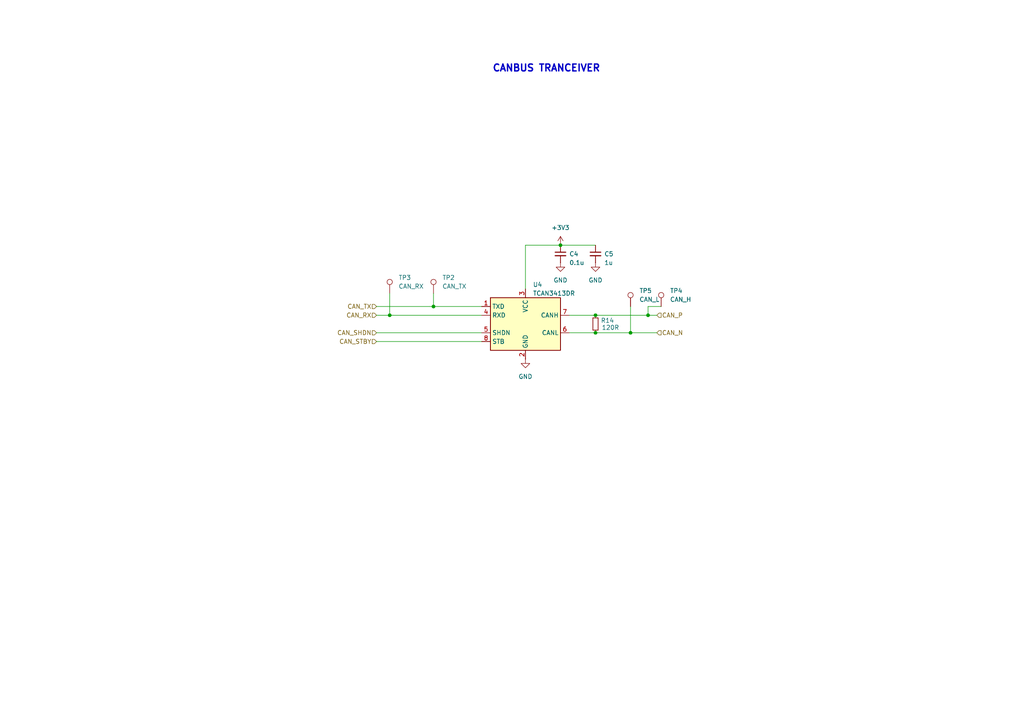
<source format=kicad_sch>
(kicad_sch (version 20250114) (generator "eeschema") (generator_version "9.0")
  (paper "A4")
  (title_block (date "2022-03-08") (rev "R4"))
  (lib_symbols
    (symbol "+3V3_1" (power) (pin_numbers (hide yes)) (pin_names (offset 0) (hide yes))
      (property "Value" "+3V3" (at 0 3.556 0))
      (symbol "+3V3_1_0_1"
        (polyline (pts (xy -0.762 1.27) (xy 0 2.54)))
        (polyline (pts (xy 0 2.54) (xy 0.762 1.27)))
        (polyline (pts (xy 0 0) (xy 0 2.54)))
      )
      (symbol "+3V3_1_1_1"
        (pin power_in line (at 0 0 90) (length 0) (name "~") (number "1"))
      )
    )
    (symbol "Connector:TestPoint" (pin_numbers (hide yes)) (pin_names (offset 0.762) (hide yes))
      (property "Reference" "TP" (at 0 6.858 0))
      (property "Value" "TestPoint" (at 0 5.08 0))
      (symbol "TestPoint_0_1"
        (circle (center 0 3.302) (radius 0.762))
      )
      (symbol "TestPoint_1_1"
        (pin passive line (at 0 0 90) (length 2.54) (name "1") (number "1"))
      )
    )
    (symbol "Device:C_Small" (pin_numbers (hide yes)) (pin_names (offset 0.254) (hide yes))
      (property "Reference" "C" (at 0.254 1.778 0))
      (property "Value" "C_Small" (at 0.254 -2.032 0))
      (symbol "C_Small_0_1"
        (polyline (pts (xy -1.524 0.508) (xy 1.524 0.508)) (stroke (width 0.3048)))
        (polyline (pts (xy -1.524 -0.508) (xy 1.524 -0.508)) (stroke (width 0.3302)))
      )
      (symbol "C_Small_1_1"
        (pin passive line (at 0 2.54 270) (length 2.032) (name "~") (number "1"))
        (pin passive line (at 0 -2.54 90) (length 2.032) (name "~") (number "2"))
      )
    )
    (symbol "Device:R_Small" (pin_numbers (hide yes)) (pin_names (offset 0.254) (hide yes))
      (property "Reference" "R" (at 0.762 0.508 0))
      (property "Value" "R_Small" (at 0.762 -1.016 0))
      (symbol "R_Small_0_1"
        (rectangle (start -0.762 1.778) (end 0.762 -1.778) (stroke (width 0.2032)))
      )
      (symbol "R_Small_1_1"
        (pin passive line (at 0 2.54 270) (length 0.762) (name "~") (number "1"))
        (pin passive line (at 0 -2.54 90) (length 0.762) (name "~") (number "2"))
      )
    )
    (symbol "GND_1" (power) (pin_numbers (hide yes)) (pin_names (offset 0) (hide yes))
      (property "Value" "GND" (at 0 -3.81 0))
      (symbol "GND_1_0_1"
        (polyline (pts (xy 0 0) (xy 0 -1.27) (xy 1.27 -1.27) (xy 0 -2.54) (xy -1.27 -1.27) (xy 0 -1.27)))
      )
      (symbol "GND_1_1_1"
        (pin power_in line (at 0 0 270) (length 0) (name "~") (number "1"))
      )
    )
    (symbol "my_library:TCAN3413DR"
      (property "Reference" "U" (at -9.144 8.636 0))
      (symbol "TCAN3413DR_0_1"
        (rectangle (start -10.16 7.62) (end 10.16 -7.62) (stroke (width 0.254)) (fill (type background)))
      )
      (symbol "TCAN3413DR_1_1"
        (pin input line (at -12.7 5.08 0) (length 2.54) (name "TXD") (number "1"))
        (pin tri_state line (at -12.7 2.54 0) (length 2.54) (name "RXD") (number "4"))
        (pin input line (at -12.7 -2.54 0) (length 2.54) (name "SHDN") (number "5"))
        (pin input line (at -12.7 -5.08 0) (length 2.54) (name "STB") (number "8"))
        (pin power_in line (at 0 10.16 270) (length 2.54) (name "VCC") (number "3"))
        (pin power_in line (at 0 -10.16 90) (length 2.54) (name "GND") (number "2"))
        (pin bidirectional line (at 12.7 2.54 180) (length 2.54) (name "CANH") (number "7"))
        (pin bidirectional line (at 12.7 -2.54 180) (length 2.54) (name "CANL") (number "6"))
      )
    )
  )
  (text "CANBUS TRANCEIVER" (at 142.748 21.082 0) (effects (font (size 2 2) (thickness 0.4) (bold yes)) (justify left bottom)))
  (junction (at 182.88 96.52))
  (junction (at 125.73 88.9))
  (junction (at 172.72 96.52))
  (junction (at 113.03 91.44))
  (junction (at 162.56 71.12))
  (junction (at 172.72 91.44))
  (junction (at 187.96 91.44))
  (wire (pts (xy 187.96 91.44) (xy 190.5 91.44)))
  (wire (pts (xy 109.22 96.52) (xy 139.7 96.52)))
  (wire (pts (xy 191.77 88.9) (xy 187.96 88.9)))
  (wire (pts (xy 182.88 88.9) (xy 182.88 96.52)))
  (wire (pts (xy 113.03 91.44) (xy 139.7 91.44)))
  (wire (pts (xy 162.56 71.12) (xy 172.72 71.12)))
  (wire (pts (xy 182.88 96.52) (xy 190.5 96.52)))
  (wire (pts (xy 109.22 88.9) (xy 125.73 88.9)))
  (wire (pts (xy 152.4 83.82) (xy 152.4 71.12)))
  (wire (pts (xy 165.1 91.44) (xy 172.72 91.44)))
  (wire (pts (xy 165.1 96.52) (xy 172.72 96.52)))
  (wire (pts (xy 109.22 99.06) (xy 139.7 99.06)))
  (wire (pts (xy 187.96 88.9) (xy 187.96 91.44)))
  (wire (pts (xy 113.03 85.09) (xy 113.03 91.44)))
  (wire (pts (xy 125.73 85.09) (xy 125.73 88.9)))
  (wire (pts (xy 109.22 91.44) (xy 113.03 91.44)))
  (wire (pts (xy 125.73 88.9) (xy 139.7 88.9)))
  (wire (pts (xy 172.72 96.52) (xy 182.88 96.52)))
  (wire (pts (xy 172.72 91.44) (xy 187.96 91.44)))
  (wire (pts (xy 152.4 71.12) (xy 162.56 71.12)))
  (hierarchical_label "CAN_SHDN" (shape input) (at 109.22 96.52 180))
  (hierarchical_label "CAN_TX" (shape input) (at 109.22 88.9 180))
  (hierarchical_label "CAN_P" (shape input) (at 190.5 91.44 0))
  (hierarchical_label "CAN_STBY" (shape input) (at 109.22 99.06 180))
  (hierarchical_label "CAN_N" (shape input) (at 190.5 96.52 0))
  (hierarchical_label "CAN_RX" (shape input) (at 109.22 91.44 180))
  (symbol (lib_id "Device:R_Small") (at 172.72 93.98 0) (unit 1)
    (property "Reference" "R14" (at 174.244 92.964 0) (effects (justify left)))
    (property "Value" "120R" (at 174.498 94.996 0) (effects (justify left)))
    (property "Footprint" "Resistor_SMD:R_0805_2012Metric" (effects (hide yes)))
  )
  (symbol (lib_name "GND_1") (lib_id "power:GND") (at 162.56 76.2 0) (unit 1)
    (property "Reference" "#PWR018" (effects (hide yes)))
    (property "Value" "GND" (at 162.56 81.28 0))
    (property "Description" "Power symbol creates a global label with name \"GND\" , ground" (effects (hide yes)))
  )
  (symbol (lib_id "my_library:TCAN3413DR") (at 152.4 93.98 0) (unit 1)
    (property "Reference" "U4" (at 154.5433 82.55 0) (effects (justify left)))
    (property "Value" "TCAN3413DR" (at 154.5433 85.09 0) (effects (justify left)))
    (property "Footprint" "Package_SO:SOIC-8_3.9x4.9mm_P1.27mm" (effects (hide yes)))
    (property "Datasheet" "https://www.ti.com/lit/ds/symlink/tcan3413.pdf?ts=1738826226946&ref_url=https%253A%252F%252Fgr.mouser.com%252F" (effects (hide yes)))
  )
  (symbol (lib_name "+3V3_1") (lib_id "power:+3V3") (at 162.56 71.12 0) (unit 1)
    (property "Reference" "#PWR06" (effects (hide yes)))
    (property "Value" "+3V3" (at 162.56 66.04 0))
    (property "Description" "Power symbol creates a global label with name \"+3V3\"" (effects (hide yes)))
  )
  (symbol (lib_id "Device:C_Small") (at 162.56 73.66 0) (unit 1)
    (property "Reference" "C4" (at 165.1 73.66 0) (effects (justify left)))
    (property "Value" "0.1u" (at 165.1 76.2 0) (effects (justify left)))
    (property "Footprint" "Capacitor_SMD:C_0603_1608Metric" (effects (hide yes)))
  )
  (symbol (lib_name "GND_1") (lib_id "power:GND") (at 172.72 76.2 0) (unit 1)
    (property "Reference" "#PWR017" (effects (hide yes)))
    (property "Value" "GND" (at 172.72 81.28 0))
    (property "Description" "Power symbol creates a global label with name \"GND\" , ground" (effects (hide yes)))
  )
  (symbol (lib_id "Connector:TestPoint") (at 125.73 85.09 0) (unit 1)
    (property "Reference" "TP2" (at 128.27 80.5179 0) (effects (justify left)))
    (property "Value" "CAN_TX" (at 128.27 83.0579 0) (effects (justify left)))
    (property "Footprint" "TestPoint:TestPoint_Pad_D2.0mm" (effects (hide yes)))
    (property "Description" "test point" (effects (hide yes)))
  )
  (symbol (lib_id "Connector:TestPoint") (at 113.03 85.09 0) (unit 1)
    (property "Reference" "TP3" (at 115.57 80.5179 0) (effects (justify left)))
    (property "Value" "CAN_RX" (at 115.57 83.0579 0) (effects (justify left)))
    (property "Footprint" "TestPoint:TestPoint_Pad_D2.0mm" (effects (hide yes)))
    (property "Description" "test point" (effects (hide yes)))
  )
  (symbol (lib_id "Connector:TestPoint") (at 182.88 88.9 0) (unit 1)
    (property "Reference" "TP5" (at 185.42 84.3279 0) (effects (justify left)))
    (property "Value" "CAN_L" (at 185.42 86.8679 0) (effects (justify left)))
    (property "Footprint" "TestPoint:TestPoint_Pad_D2.0mm" (effects (hide yes)))
    (property "Description" "test point" (effects (hide yes)))
  )
  (symbol (lib_id "Connector:TestPoint") (at 191.77 88.9 0) (unit 1)
    (property "Reference" "TP4" (at 194.31 84.3279 0) (effects (justify left)))
    (property "Value" "CAN_H" (at 194.31 86.8679 0) (effects (justify left)))
    (property "Footprint" "TestPoint:TestPoint_Pad_D2.0mm" (effects (hide yes)))
    (property "Description" "test point" (effects (hide yes)))
  )
  (symbol (lib_name "GND_1") (lib_id "power:GND") (at 152.4 104.14 0) (unit 1)
    (property "Reference" "#PWR019" (effects (hide yes)))
    (property "Value" "GND" (at 152.4 109.22 0))
    (property "Description" "Power symbol creates a global label with name \"GND\" , ground" (effects (hide yes)))
  )
  (symbol (lib_id "Device:C_Small") (at 172.72 73.66 0) (unit 1)
    (property "Reference" "C5" (at 175.26 73.66 0) (effects (justify left)))
    (property "Value" "1u" (at 175.26 76.2 0) (effects (justify left)))
    (property "Footprint" "Capacitor_SMD:C_0603_1608Metric" (effects (hide yes)))
  )
)
</source>
